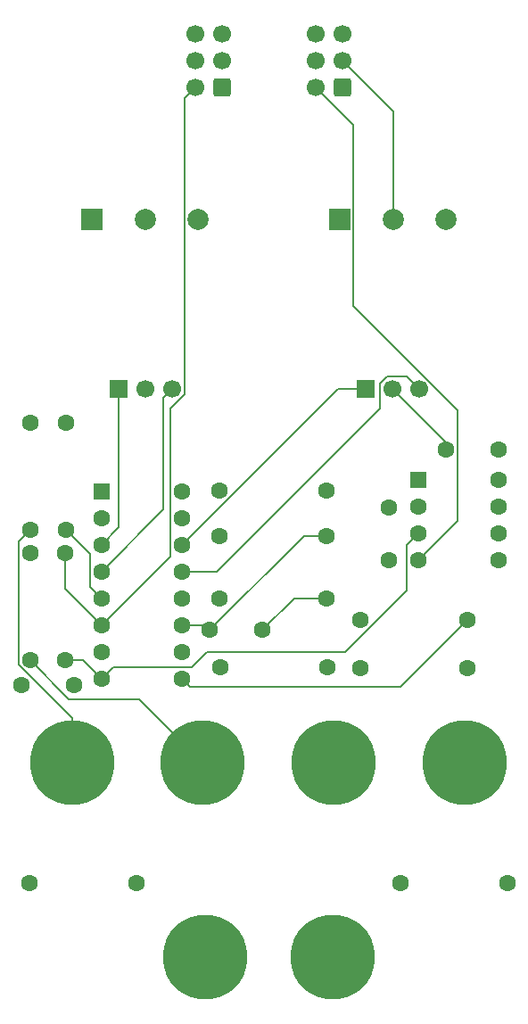
<source format=gbr>
%TF.GenerationSoftware,KiCad,Pcbnew,9.0.6*%
%TF.CreationDate,2026-01-10T15:14:36+11:00*%
%TF.ProjectId,voltage-controlled-amplifier,766f6c74-6167-4652-9d63-6f6e74726f6c,rev?*%
%TF.SameCoordinates,Original*%
%TF.FileFunction,Copper,L2,Bot*%
%TF.FilePolarity,Positive*%
%FSLAX46Y46*%
G04 Gerber Fmt 4.6, Leading zero omitted, Abs format (unit mm)*
G04 Created by KiCad (PCBNEW 9.0.6) date 2026-01-10 15:14:36*
%MOMM*%
%LPD*%
G01*
G04 APERTURE LIST*
G04 Aperture macros list*
%AMRoundRect*
0 Rectangle with rounded corners*
0 $1 Rounding radius*
0 $2 $3 $4 $5 $6 $7 $8 $9 X,Y pos of 4 corners*
0 Add a 4 corners polygon primitive as box body*
4,1,4,$2,$3,$4,$5,$6,$7,$8,$9,$2,$3,0*
0 Add four circle primitives for the rounded corners*
1,1,$1+$1,$2,$3*
1,1,$1+$1,$4,$5*
1,1,$1+$1,$6,$7*
1,1,$1+$1,$8,$9*
0 Add four rect primitives between the rounded corners*
20,1,$1+$1,$2,$3,$4,$5,0*
20,1,$1+$1,$4,$5,$6,$7,0*
20,1,$1+$1,$6,$7,$8,$9,0*
20,1,$1+$1,$8,$9,$2,$3,0*%
G04 Aperture macros list end*
%TA.AperFunction,ComponentPad*%
%ADD10R,2.000000X2.000000*%
%TD*%
%TA.AperFunction,ComponentPad*%
%ADD11C,2.000000*%
%TD*%
%TA.AperFunction,ComponentPad*%
%ADD12C,1.600000*%
%TD*%
%TA.AperFunction,ComponentPad*%
%ADD13C,8.000000*%
%TD*%
%TA.AperFunction,ComponentPad*%
%ADD14RoundRect,0.250000X0.600000X0.600000X-0.600000X0.600000X-0.600000X-0.600000X0.600000X-0.600000X0*%
%TD*%
%TA.AperFunction,ComponentPad*%
%ADD15C,1.700000*%
%TD*%
%TA.AperFunction,ComponentPad*%
%ADD16RoundRect,0.250000X-0.550000X-0.550000X0.550000X-0.550000X0.550000X0.550000X-0.550000X0.550000X0*%
%TD*%
%TA.AperFunction,ComponentPad*%
%ADD17R,1.700000X1.700000*%
%TD*%
%TA.AperFunction,Conductor*%
%ADD18C,0.200000*%
%TD*%
G04 APERTURE END LIST*
D10*
%TO.P,J7,1,Pin_1*%
%TO.N,Net-(J7-Pin_1)*%
X81500000Y-70000000D03*
D11*
%TO.P,J7,2,Pin_2*%
%TO.N,GND*%
X86580000Y-70000000D03*
%TO.P,J7,3,Pin_3*%
%TO.N,Net-(J7-Pin_3)*%
X91580000Y-70000000D03*
%TD*%
D10*
%TO.P,J3,1,Pin_1*%
%TO.N,Net-(J3-Pin_1)*%
X58009532Y-70000000D03*
D11*
%TO.P,J3,2,Pin_2*%
%TO.N,GND*%
X63089532Y-70000000D03*
%TO.P,J3,3,Pin_3*%
%TO.N,Net-(J3-Pin_3)*%
X68089532Y-70000000D03*
%TD*%
D12*
%TO.P,C4,1*%
%TO.N,-12V*%
X86156346Y-102289996D03*
%TO.P,C4,2*%
%TO.N,GND*%
X86156346Y-97289996D03*
%TD*%
%TO.P,C3,1*%
%TO.N,GND*%
X91610297Y-91804394D03*
%TO.P,C3,2*%
%TO.N,12V*%
X96610297Y-91804394D03*
%TD*%
%TO.P,C2,1*%
%TO.N,-12V*%
X56251250Y-114138715D03*
%TO.P,C2,2*%
%TO.N,GND*%
X51251250Y-114138715D03*
%TD*%
%TO.P,C1,1*%
%TO.N,GND*%
X74183846Y-108938969D03*
%TO.P,C1,2*%
%TO.N,12V*%
X69183846Y-108938969D03*
%TD*%
D13*
%TO.P,J8,1,Pin_1*%
%TO.N,Net-(J8-Pin_1)*%
X80909369Y-121539141D03*
%TD*%
D12*
%TO.P,R12,1*%
%TO.N,Net-(U2B--)*%
X97429118Y-132963937D03*
%TO.P,R12,2*%
%TO.N,Net-(J10-Pin_1)*%
X87269118Y-132963937D03*
%TD*%
%TO.P,R7,1*%
%TO.N,12V*%
X80211822Y-100000000D03*
%TO.P,R7,2*%
%TO.N,Net-(U1A-DIODE_BIAS)*%
X70051822Y-100000000D03*
%TD*%
D13*
%TO.P,J10,1,Pin_1*%
%TO.N,Net-(J10-Pin_1)*%
X80836603Y-140031574D03*
%TD*%
D14*
%TO.P,J1,1,Pin_1*%
%TO.N,12V*%
X70351278Y-57409480D03*
D15*
%TO.P,J1,2,Pin_2*%
%TO.N,-12V*%
X67811278Y-57409480D03*
%TO.P,J1,3,Pin_3*%
%TO.N,GND*%
X70351278Y-54869480D03*
%TO.P,J1,4,Pin_4*%
X67811278Y-54869480D03*
%TO.P,J1,5,Pin_5*%
%TO.N,5V*%
X70351278Y-52329480D03*
%TO.P,J1,6,Pin_6*%
%TO.N,unconnected-(J1-Pin_6-Pad6)*%
X67811278Y-52329480D03*
%TD*%
D12*
%TO.P,R3,1*%
%TO.N,Net-(R3-Pad1)*%
X52102470Y-89261238D03*
%TO.P,R3,2*%
%TO.N,Net-(J5-Pin_1)*%
X52102470Y-99421238D03*
%TD*%
%TO.P,R5,1*%
%TO.N,Net-(U2A-+)*%
X55470581Y-111802901D03*
%TO.P,R5,2*%
%TO.N,-12V*%
X55470581Y-101642901D03*
%TD*%
D16*
%TO.P,U2,1*%
%TO.N,Net-(U2A--)*%
X89000000Y-94690000D03*
D12*
%TO.P,U2,2,-*%
X89000000Y-97230000D03*
%TO.P,U2,3,+*%
%TO.N,Net-(U2A-+)*%
X89000000Y-99770000D03*
%TO.P,U2,4,V-*%
%TO.N,-12V*%
X89000000Y-102310000D03*
%TO.P,U2,5,+*%
%TO.N,Net-(U2B-+)*%
X96620000Y-102310000D03*
%TO.P,U2,6,-*%
%TO.N,Net-(U2B--)*%
X96620000Y-99770000D03*
%TO.P,U2,7*%
X96620000Y-97230000D03*
%TO.P,U2,8,V+*%
%TO.N,12V*%
X96620000Y-94690000D03*
%TD*%
%TO.P,R9,1*%
%TO.N,GND*%
X80276970Y-105944623D03*
%TO.P,R9,2*%
%TO.N,Net-(R9-Pad2)*%
X70116970Y-105944623D03*
%TD*%
D17*
%TO.P,RV2,1,1*%
%TO.N,Net-(J7-Pin_1)*%
X83960000Y-86065000D03*
D15*
%TO.P,RV2,2,2*%
%TO.N,GND*%
X86500000Y-86065000D03*
%TO.P,RV2,3,3*%
%TO.N,Net-(J7-Pin_3)*%
X89040000Y-86065000D03*
%TD*%
D12*
%TO.P,R6,1*%
%TO.N,Net-(U2A--)*%
X62247323Y-133004329D03*
%TO.P,R6,2*%
%TO.N,Net-(J6-Pin_1)*%
X52087323Y-133004329D03*
%TD*%
D13*
%TO.P,J9,1,Pin_1*%
%TO.N,Net-(J9-Pin_1)*%
X93399066Y-121506150D03*
%TD*%
D12*
%TO.P,R10,1*%
%TO.N,Net-(R10-Pad1)*%
X83420000Y-112553862D03*
%TO.P,R10,2*%
%TO.N,Net-(J9-Pin_1)*%
X93580000Y-112553862D03*
%TD*%
D13*
%TO.P,J4,1,Pin_1*%
%TO.N,Net-(J4-Pin_1)*%
X68500000Y-121527566D03*
%TD*%
D12*
%TO.P,R11,1*%
%TO.N,Net-(U2B-+)*%
X93660000Y-108000000D03*
%TO.P,R11,2*%
%TO.N,-12V*%
X83500000Y-108000000D03*
%TD*%
D14*
%TO.P,J2,1,Pin_1*%
%TO.N,12V*%
X81738158Y-57409480D03*
D15*
%TO.P,J2,2,Pin_2*%
%TO.N,-12V*%
X79198158Y-57409480D03*
%TO.P,J2,3,Pin_3*%
%TO.N,GND*%
X81738158Y-54869480D03*
%TO.P,J2,4,Pin_4*%
X79198158Y-54869480D03*
%TO.P,J2,5,Pin_5*%
%TO.N,5V*%
X81738158Y-52329480D03*
%TO.P,J2,6,Pin_6*%
%TO.N,unconnected-(J2-Pin_6-Pad6)*%
X79198158Y-52329480D03*
%TD*%
D12*
%TO.P,R2,1*%
%TO.N,12V*%
X80211822Y-95706162D03*
%TO.P,R2,2*%
%TO.N,Net-(U1C-DIODE_BIAS)*%
X70051822Y-95706162D03*
%TD*%
D13*
%TO.P,J5,1,Pin_1*%
%TO.N,Net-(J5-Pin_1)*%
X56090755Y-121519656D03*
%TD*%
D12*
%TO.P,R1,1*%
%TO.N,Net-(J3-Pin_1)*%
X52096105Y-101629873D03*
%TO.P,R1,2*%
%TO.N,Net-(J4-Pin_1)*%
X52096105Y-111789873D03*
%TD*%
D13*
%TO.P,J6,1,Pin_1*%
%TO.N,Net-(J6-Pin_1)*%
X68711444Y-140022181D03*
%TD*%
D17*
%TO.P,RV1,1,1*%
%TO.N,Net-(J3-Pin_1)*%
X60545000Y-86065000D03*
D15*
%TO.P,RV1,2,2*%
%TO.N,GND*%
X63085000Y-86065000D03*
%TO.P,RV1,3,3*%
%TO.N,Net-(J3-Pin_3)*%
X65625000Y-86065000D03*
%TD*%
D12*
%TO.P,R8,1*%
%TO.N,Net-(J7-Pin_1)*%
X70180138Y-112493625D03*
%TO.P,R8,2*%
%TO.N,Net-(J8-Pin_1)*%
X80340138Y-112493625D03*
%TD*%
%TO.P,R4,1*%
%TO.N,GND*%
X55482837Y-89254954D03*
%TO.P,R4,2*%
%TO.N,Net-(R4-Pad2)*%
X55482837Y-99414954D03*
%TD*%
D16*
%TO.P,U1,1*%
%TO.N,Net-(R3-Pad1)*%
X58887798Y-95784530D03*
D12*
%TO.P,U1,2,DIODE_BIAS*%
%TO.N,Net-(U1C-DIODE_BIAS)*%
X58887798Y-98324530D03*
%TO.P,U1,3,+*%
%TO.N,Net-(J3-Pin_1)*%
X58887798Y-100864530D03*
%TO.P,U1,4,-*%
%TO.N,Net-(J3-Pin_3)*%
X58887798Y-103404530D03*
%TO.P,U1,5*%
%TO.N,Net-(R4-Pad2)*%
X58887798Y-105944530D03*
%TO.P,U1,6,V-*%
%TO.N,-12V*%
X58887798Y-108484530D03*
%TO.P,U1,7*%
%TO.N,Net-(R4-Pad2)*%
X58887798Y-111024530D03*
%TO.P,U1,8*%
%TO.N,Net-(U2A-+)*%
X58887798Y-113564530D03*
%TO.P,U1,9*%
%TO.N,Net-(U2B-+)*%
X66507798Y-113564530D03*
%TO.P,U1,10*%
%TO.N,Net-(R9-Pad2)*%
X66507798Y-111024530D03*
%TO.P,U1,11,V+*%
%TO.N,12V*%
X66507798Y-108484530D03*
%TO.P,U1,12*%
%TO.N,Net-(R9-Pad2)*%
X66507798Y-105944530D03*
%TO.P,U1,13,-*%
%TO.N,Net-(J7-Pin_3)*%
X66507798Y-103404530D03*
%TO.P,U1,14,+*%
%TO.N,Net-(J7-Pin_1)*%
X66507798Y-100864530D03*
%TO.P,U1,15,DIODE_BIAS*%
%TO.N,Net-(U1A-DIODE_BIAS)*%
X66507798Y-98324530D03*
%TO.P,U1,16*%
%TO.N,Net-(R10-Pad1)*%
X66507798Y-95784530D03*
%TD*%
D18*
%TO.N,-12V*%
X79198158Y-57409480D02*
X82801000Y-61012322D01*
X82801000Y-61012322D02*
X82801000Y-78198240D01*
X82801000Y-78198240D02*
X92711297Y-88108537D01*
X92711297Y-88108537D02*
X92711297Y-98598703D01*
X92711297Y-98598703D02*
X89000000Y-102310000D01*
X65406798Y-87910962D02*
X66776000Y-86541760D01*
X66776000Y-86541760D02*
X66776000Y-58444758D01*
X66776000Y-58444758D02*
X67811278Y-57409480D01*
%TO.N,Net-(J5-Pin_1)*%
X56090755Y-121519656D02*
X56090755Y-117341573D01*
X56090755Y-117341573D02*
X50995105Y-112245923D01*
X50995105Y-112245923D02*
X50995105Y-100528603D01*
X50995105Y-100528603D02*
X52102470Y-99421238D01*
%TO.N,Net-(J4-Pin_1)*%
X52096105Y-111789873D02*
X55806232Y-115500000D01*
X55806232Y-115500000D02*
X62472434Y-115500000D01*
X62472434Y-115500000D02*
X68500000Y-121527566D01*
%TO.N,Net-(U2A-+)*%
X55470581Y-111802901D02*
X57126169Y-111802901D01*
X57126169Y-111802901D02*
X58887798Y-113564530D01*
%TO.N,-12V*%
X55470581Y-101642901D02*
X55470581Y-105067313D01*
X55470581Y-105067313D02*
X58887798Y-108484530D01*
%TO.N,Net-(R4-Pad2)*%
X55482837Y-99414954D02*
X57786798Y-101718915D01*
X57786798Y-101718915D02*
X57786798Y-104843530D01*
X57786798Y-104843530D02*
X58887798Y-105944530D01*
%TO.N,-12V*%
X58887798Y-108484530D02*
X65406798Y-101965530D01*
X65406798Y-101965530D02*
X65406798Y-87910962D01*
%TO.N,GND*%
X86500000Y-86065000D02*
X91610297Y-91175297D01*
X91610297Y-91175297D02*
X91610297Y-91804394D01*
%TO.N,12V*%
X69183846Y-108938969D02*
X68938969Y-108938969D01*
X68938969Y-108938969D02*
X68484530Y-108484530D01*
X68484530Y-108484530D02*
X66507798Y-108484530D01*
X80211822Y-100000000D02*
X78122815Y-100000000D01*
X78122815Y-100000000D02*
X69183846Y-108938969D01*
%TO.N,GND*%
X80276970Y-105944623D02*
X77178192Y-105944623D01*
X77178192Y-105944623D02*
X74183846Y-108938969D01*
X81738158Y-54869480D02*
X86580000Y-59711322D01*
X86580000Y-59711322D02*
X86580000Y-70000000D01*
%TO.N,Net-(J3-Pin_3)*%
X64775000Y-97517328D02*
X58887798Y-103404530D01*
X65625000Y-86065000D02*
X64775000Y-86915000D01*
X64775000Y-86915000D02*
X64775000Y-97517328D01*
%TO.N,Net-(J3-Pin_1)*%
X60545000Y-99207328D02*
X58887798Y-100864530D01*
X60545000Y-86065000D02*
X60545000Y-99207328D01*
%TO.N,Net-(J7-Pin_1)*%
X81307328Y-86065000D02*
X66507798Y-100864530D01*
X83960000Y-86065000D02*
X81307328Y-86065000D01*
%TO.N,Net-(J7-Pin_3)*%
X85349000Y-87890240D02*
X85349000Y-85588240D01*
X86023240Y-84914000D02*
X87889000Y-84914000D01*
X69834710Y-103404530D02*
X85349000Y-87890240D01*
X85349000Y-85588240D02*
X86023240Y-84914000D01*
X87889000Y-84914000D02*
X89040000Y-86065000D01*
X66507798Y-103404530D02*
X69834710Y-103404530D01*
%TO.N,Net-(U2A-+)*%
X87899000Y-105158050D02*
X87899000Y-100871000D01*
X87899000Y-100871000D02*
X89000000Y-99770000D01*
X82057050Y-111000000D02*
X87899000Y-105158050D01*
X59988798Y-112463530D02*
X67463530Y-112463530D01*
X68927060Y-111000000D02*
X82057050Y-111000000D01*
X67463530Y-112463530D02*
X68927060Y-111000000D01*
X58887798Y-113564530D02*
X59988798Y-112463530D01*
%TO.N,Net-(U2B-+)*%
X87295471Y-114364529D02*
X93660000Y-108000000D01*
X67307797Y-114364529D02*
X87295471Y-114364529D01*
X66507798Y-113564530D02*
X67307797Y-114364529D01*
%TD*%
M02*

</source>
